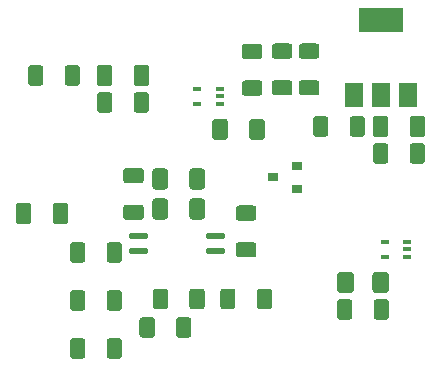
<source format=gbr>
%TF.GenerationSoftware,KiCad,Pcbnew,(5.1.10)-1*%
%TF.CreationDate,2021-10-15T07:56:21+02:00*%
%TF.ProjectId,BTS-LogicBoard,4254532d-4c6f-4676-9963-426f6172642e,rev?*%
%TF.SameCoordinates,Original*%
%TF.FileFunction,Paste,Bot*%
%TF.FilePolarity,Positive*%
%FSLAX46Y46*%
G04 Gerber Fmt 4.6, Leading zero omitted, Abs format (unit mm)*
G04 Created by KiCad (PCBNEW (5.1.10)-1) date 2021-10-15 07:56:21*
%MOMM*%
%LPD*%
G01*
G04 APERTURE LIST*
%ADD10R,0.650000X0.400000*%
%ADD11R,1.500000X2.000000*%
%ADD12R,3.800000X2.000000*%
%ADD13R,0.900000X0.800000*%
G04 APERTURE END LIST*
%TO.C,R19*%
G36*
G01*
X127418000Y-110353000D02*
X127418000Y-109103000D01*
G75*
G02*
X127668000Y-108853000I250000J0D01*
G01*
X128468000Y-108853000D01*
G75*
G02*
X128718000Y-109103000I0J-250000D01*
G01*
X128718000Y-110353000D01*
G75*
G02*
X128468000Y-110603000I-250000J0D01*
G01*
X127668000Y-110603000D01*
G75*
G02*
X127418000Y-110353000I0J250000D01*
G01*
G37*
G36*
G01*
X124318000Y-110353000D02*
X124318000Y-109103000D01*
G75*
G02*
X124568000Y-108853000I250000J0D01*
G01*
X125368000Y-108853000D01*
G75*
G02*
X125618000Y-109103000I0J-250000D01*
G01*
X125618000Y-110353000D01*
G75*
G02*
X125368000Y-110603000I-250000J0D01*
G01*
X124568000Y-110603000D01*
G75*
G02*
X124318000Y-110353000I0J250000D01*
G01*
G37*
%TD*%
%TO.C,R18*%
G36*
G01*
X128535000Y-107940000D02*
X128535000Y-106690000D01*
G75*
G02*
X128785000Y-106440000I250000J0D01*
G01*
X129585000Y-106440000D01*
G75*
G02*
X129835000Y-106690000I0J-250000D01*
G01*
X129835000Y-107940000D01*
G75*
G02*
X129585000Y-108190000I-250000J0D01*
G01*
X128785000Y-108190000D01*
G75*
G02*
X128535000Y-107940000I0J250000D01*
G01*
G37*
G36*
G01*
X125435000Y-107940000D02*
X125435000Y-106690000D01*
G75*
G02*
X125685000Y-106440000I250000J0D01*
G01*
X126485000Y-106440000D01*
G75*
G02*
X126735000Y-106690000I0J-250000D01*
G01*
X126735000Y-107940000D01*
G75*
G02*
X126485000Y-108190000I-250000J0D01*
G01*
X125685000Y-108190000D01*
G75*
G02*
X125435000Y-107940000I0J250000D01*
G01*
G37*
%TD*%
%TO.C,R17*%
G36*
G01*
X134250000Y-107940000D02*
X134250000Y-106690000D01*
G75*
G02*
X134500000Y-106440000I250000J0D01*
G01*
X135300000Y-106440000D01*
G75*
G02*
X135550000Y-106690000I0J-250000D01*
G01*
X135550000Y-107940000D01*
G75*
G02*
X135300000Y-108190000I-250000J0D01*
G01*
X134500000Y-108190000D01*
G75*
G02*
X134250000Y-107940000I0J250000D01*
G01*
G37*
G36*
G01*
X131150000Y-107940000D02*
X131150000Y-106690000D01*
G75*
G02*
X131400000Y-106440000I250000J0D01*
G01*
X132200000Y-106440000D01*
G75*
G02*
X132450000Y-106690000I0J-250000D01*
G01*
X132450000Y-107940000D01*
G75*
G02*
X132200000Y-108190000I-250000J0D01*
G01*
X131400000Y-108190000D01*
G75*
G02*
X131150000Y-107940000I0J250000D01*
G01*
G37*
%TD*%
D10*
%TO.C,U3*%
X145100000Y-102474000D03*
X145100000Y-103774000D03*
X147000000Y-103124000D03*
X147000000Y-103774000D03*
X147000000Y-102474000D03*
%TD*%
D11*
%TO.C,U8*%
X147080000Y-90018000D03*
X142480000Y-90018000D03*
X144780000Y-90018000D03*
D12*
X144780000Y-83718000D03*
%TD*%
D10*
%TO.C,U5*%
X129225000Y-89520000D03*
X129225000Y-90820000D03*
X131125000Y-90170000D03*
X131125000Y-90820000D03*
X131125000Y-89520000D03*
%TD*%
%TO.C,R16*%
G36*
G01*
X123836000Y-91303000D02*
X123836000Y-90053000D01*
G75*
G02*
X124086000Y-89803000I250000J0D01*
G01*
X124886000Y-89803000D01*
G75*
G02*
X125136000Y-90053000I0J-250000D01*
G01*
X125136000Y-91303000D01*
G75*
G02*
X124886000Y-91553000I-250000J0D01*
G01*
X124086000Y-91553000D01*
G75*
G02*
X123836000Y-91303000I0J250000D01*
G01*
G37*
G36*
G01*
X120736000Y-91303000D02*
X120736000Y-90053000D01*
G75*
G02*
X120986000Y-89803000I250000J0D01*
G01*
X121786000Y-89803000D01*
G75*
G02*
X122036000Y-90053000I0J-250000D01*
G01*
X122036000Y-91303000D01*
G75*
G02*
X121786000Y-91553000I-250000J0D01*
G01*
X120986000Y-91553000D01*
G75*
G02*
X120736000Y-91303000I0J250000D01*
G01*
G37*
%TD*%
%TO.C,R15*%
G36*
G01*
X119750000Y-102753000D02*
X119750000Y-104003000D01*
G75*
G02*
X119500000Y-104253000I-250000J0D01*
G01*
X118700000Y-104253000D01*
G75*
G02*
X118450000Y-104003000I0J250000D01*
G01*
X118450000Y-102753000D01*
G75*
G02*
X118700000Y-102503000I250000J0D01*
G01*
X119500000Y-102503000D01*
G75*
G02*
X119750000Y-102753000I0J-250000D01*
G01*
G37*
G36*
G01*
X122850000Y-102753000D02*
X122850000Y-104003000D01*
G75*
G02*
X122600000Y-104253000I-250000J0D01*
G01*
X121800000Y-104253000D01*
G75*
G02*
X121550000Y-104003000I0J250000D01*
G01*
X121550000Y-102753000D01*
G75*
G02*
X121800000Y-102503000I250000J0D01*
G01*
X122600000Y-102503000D01*
G75*
G02*
X122850000Y-102753000I0J-250000D01*
G01*
G37*
%TD*%
%TO.C,R9*%
G36*
G01*
X119750000Y-110881000D02*
X119750000Y-112131000D01*
G75*
G02*
X119500000Y-112381000I-250000J0D01*
G01*
X118700000Y-112381000D01*
G75*
G02*
X118450000Y-112131000I0J250000D01*
G01*
X118450000Y-110881000D01*
G75*
G02*
X118700000Y-110631000I250000J0D01*
G01*
X119500000Y-110631000D01*
G75*
G02*
X119750000Y-110881000I0J-250000D01*
G01*
G37*
G36*
G01*
X122850000Y-110881000D02*
X122850000Y-112131000D01*
G75*
G02*
X122600000Y-112381000I-250000J0D01*
G01*
X121800000Y-112381000D01*
G75*
G02*
X121550000Y-112131000I0J250000D01*
G01*
X121550000Y-110881000D01*
G75*
G02*
X121800000Y-110631000I250000J0D01*
G01*
X122600000Y-110631000D01*
G75*
G02*
X122850000Y-110881000I0J-250000D01*
G01*
G37*
%TD*%
%TO.C,R8*%
G36*
G01*
X116194000Y-87767000D02*
X116194000Y-89017000D01*
G75*
G02*
X115944000Y-89267000I-250000J0D01*
G01*
X115144000Y-89267000D01*
G75*
G02*
X114894000Y-89017000I0J250000D01*
G01*
X114894000Y-87767000D01*
G75*
G02*
X115144000Y-87517000I250000J0D01*
G01*
X115944000Y-87517000D01*
G75*
G02*
X116194000Y-87767000I0J-250000D01*
G01*
G37*
G36*
G01*
X119294000Y-87767000D02*
X119294000Y-89017000D01*
G75*
G02*
X119044000Y-89267000I-250000J0D01*
G01*
X118244000Y-89267000D01*
G75*
G02*
X117994000Y-89017000I0J250000D01*
G01*
X117994000Y-87767000D01*
G75*
G02*
X118244000Y-87517000I250000J0D01*
G01*
X119044000Y-87517000D01*
G75*
G02*
X119294000Y-87767000I0J-250000D01*
G01*
G37*
%TD*%
%TO.C,R7*%
G36*
G01*
X139309000Y-86984000D02*
X138059000Y-86984000D01*
G75*
G02*
X137809000Y-86734000I0J250000D01*
G01*
X137809000Y-85934000D01*
G75*
G02*
X138059000Y-85684000I250000J0D01*
G01*
X139309000Y-85684000D01*
G75*
G02*
X139559000Y-85934000I0J-250000D01*
G01*
X139559000Y-86734000D01*
G75*
G02*
X139309000Y-86984000I-250000J0D01*
G01*
G37*
G36*
G01*
X139309000Y-90084000D02*
X138059000Y-90084000D01*
G75*
G02*
X137809000Y-89834000I0J250000D01*
G01*
X137809000Y-89034000D01*
G75*
G02*
X138059000Y-88784000I250000J0D01*
G01*
X139309000Y-88784000D01*
G75*
G02*
X139559000Y-89034000I0J-250000D01*
G01*
X139559000Y-89834000D01*
G75*
G02*
X139309000Y-90084000I-250000J0D01*
G01*
G37*
%TD*%
%TO.C,R6*%
G36*
G01*
X137023000Y-86984000D02*
X135773000Y-86984000D01*
G75*
G02*
X135523000Y-86734000I0J250000D01*
G01*
X135523000Y-85934000D01*
G75*
G02*
X135773000Y-85684000I250000J0D01*
G01*
X137023000Y-85684000D01*
G75*
G02*
X137273000Y-85934000I0J-250000D01*
G01*
X137273000Y-86734000D01*
G75*
G02*
X137023000Y-86984000I-250000J0D01*
G01*
G37*
G36*
G01*
X137023000Y-90084000D02*
X135773000Y-90084000D01*
G75*
G02*
X135523000Y-89834000I0J250000D01*
G01*
X135523000Y-89034000D01*
G75*
G02*
X135773000Y-88784000I250000J0D01*
G01*
X137023000Y-88784000D01*
G75*
G02*
X137273000Y-89034000I0J-250000D01*
G01*
X137273000Y-89834000D01*
G75*
G02*
X137023000Y-90084000I-250000J0D01*
G01*
G37*
%TD*%
%TO.C,R3*%
G36*
G01*
X142356000Y-107579000D02*
X142356000Y-108829000D01*
G75*
G02*
X142106000Y-109079000I-250000J0D01*
G01*
X141306000Y-109079000D01*
G75*
G02*
X141056000Y-108829000I0J250000D01*
G01*
X141056000Y-107579000D01*
G75*
G02*
X141306000Y-107329000I250000J0D01*
G01*
X142106000Y-107329000D01*
G75*
G02*
X142356000Y-107579000I0J-250000D01*
G01*
G37*
G36*
G01*
X145456000Y-107579000D02*
X145456000Y-108829000D01*
G75*
G02*
X145206000Y-109079000I-250000J0D01*
G01*
X144406000Y-109079000D01*
G75*
G02*
X144156000Y-108829000I0J250000D01*
G01*
X144156000Y-107579000D01*
G75*
G02*
X144406000Y-107329000I250000J0D01*
G01*
X145206000Y-107329000D01*
G75*
G02*
X145456000Y-107579000I0J-250000D01*
G01*
G37*
%TD*%
%TO.C,R2*%
G36*
G01*
X132725000Y-102500000D02*
X133975000Y-102500000D01*
G75*
G02*
X134225000Y-102750000I0J-250000D01*
G01*
X134225000Y-103550000D01*
G75*
G02*
X133975000Y-103800000I-250000J0D01*
G01*
X132725000Y-103800000D01*
G75*
G02*
X132475000Y-103550000I0J250000D01*
G01*
X132475000Y-102750000D01*
G75*
G02*
X132725000Y-102500000I250000J0D01*
G01*
G37*
G36*
G01*
X132725000Y-99400000D02*
X133975000Y-99400000D01*
G75*
G02*
X134225000Y-99650000I0J-250000D01*
G01*
X134225000Y-100450000D01*
G75*
G02*
X133975000Y-100700000I-250000J0D01*
G01*
X132725000Y-100700000D01*
G75*
G02*
X132475000Y-100450000I0J250000D01*
G01*
X132475000Y-99650000D01*
G75*
G02*
X132725000Y-99400000I250000J0D01*
G01*
G37*
%TD*%
%TO.C,R1*%
G36*
G01*
X119750000Y-106817000D02*
X119750000Y-108067000D01*
G75*
G02*
X119500000Y-108317000I-250000J0D01*
G01*
X118700000Y-108317000D01*
G75*
G02*
X118450000Y-108067000I0J250000D01*
G01*
X118450000Y-106817000D01*
G75*
G02*
X118700000Y-106567000I250000J0D01*
G01*
X119500000Y-106567000D01*
G75*
G02*
X119750000Y-106817000I0J-250000D01*
G01*
G37*
G36*
G01*
X122850000Y-106817000D02*
X122850000Y-108067000D01*
G75*
G02*
X122600000Y-108317000I-250000J0D01*
G01*
X121800000Y-108317000D01*
G75*
G02*
X121550000Y-108067000I0J250000D01*
G01*
X121550000Y-106817000D01*
G75*
G02*
X121800000Y-106567000I250000J0D01*
G01*
X122600000Y-106567000D01*
G75*
G02*
X122850000Y-106817000I0J-250000D01*
G01*
G37*
%TD*%
D13*
%TO.C,Q1*%
X135652000Y-97028000D03*
X137652000Y-97978000D03*
X137652000Y-96078000D03*
%TD*%
%TO.C,D2*%
G36*
G01*
X144031000Y-106543000D02*
X144031000Y-105293000D01*
G75*
G02*
X144281000Y-105043000I250000J0D01*
G01*
X145206000Y-105043000D01*
G75*
G02*
X145456000Y-105293000I0J-250000D01*
G01*
X145456000Y-106543000D01*
G75*
G02*
X145206000Y-106793000I-250000J0D01*
G01*
X144281000Y-106793000D01*
G75*
G02*
X144031000Y-106543000I0J250000D01*
G01*
G37*
G36*
G01*
X141056000Y-106543000D02*
X141056000Y-105293000D01*
G75*
G02*
X141306000Y-105043000I250000J0D01*
G01*
X142231000Y-105043000D01*
G75*
G02*
X142481000Y-105293000I0J-250000D01*
G01*
X142481000Y-106543000D01*
G75*
G02*
X142231000Y-106793000I-250000J0D01*
G01*
X141306000Y-106793000D01*
G75*
G02*
X141056000Y-106543000I0J250000D01*
G01*
G37*
%TD*%
%TO.C,C13*%
G36*
G01*
X123836000Y-89042001D02*
X123836000Y-87741999D01*
G75*
G02*
X124085999Y-87492000I249999J0D01*
G01*
X124911001Y-87492000D01*
G75*
G02*
X125161000Y-87741999I0J-249999D01*
G01*
X125161000Y-89042001D01*
G75*
G02*
X124911001Y-89292000I-249999J0D01*
G01*
X124085999Y-89292000D01*
G75*
G02*
X123836000Y-89042001I0J249999D01*
G01*
G37*
G36*
G01*
X120711000Y-89042001D02*
X120711000Y-87741999D01*
G75*
G02*
X120960999Y-87492000I249999J0D01*
G01*
X121786001Y-87492000D01*
G75*
G02*
X122036000Y-87741999I0J-249999D01*
G01*
X122036000Y-89042001D01*
G75*
G02*
X121786001Y-89292000I-249999J0D01*
G01*
X120960999Y-89292000D01*
G75*
G02*
X120711000Y-89042001I0J249999D01*
G01*
G37*
%TD*%
%TO.C,C12*%
G36*
G01*
X126735000Y-96504999D02*
X126735000Y-97805001D01*
G75*
G02*
X126485001Y-98055000I-249999J0D01*
G01*
X125659999Y-98055000D01*
G75*
G02*
X125410000Y-97805001I0J249999D01*
G01*
X125410000Y-96504999D01*
G75*
G02*
X125659999Y-96255000I249999J0D01*
G01*
X126485001Y-96255000D01*
G75*
G02*
X126735000Y-96504999I0J-249999D01*
G01*
G37*
G36*
G01*
X129860000Y-96504999D02*
X129860000Y-97805001D01*
G75*
G02*
X129610001Y-98055000I-249999J0D01*
G01*
X128784999Y-98055000D01*
G75*
G02*
X128535000Y-97805001I0J249999D01*
G01*
X128535000Y-96504999D01*
G75*
G02*
X128784999Y-96255000I249999J0D01*
G01*
X129610001Y-96255000D01*
G75*
G02*
X129860000Y-96504999I0J-249999D01*
G01*
G37*
%TD*%
%TO.C,C10*%
G36*
G01*
X126735000Y-99044999D02*
X126735000Y-100345001D01*
G75*
G02*
X126485001Y-100595000I-249999J0D01*
G01*
X125659999Y-100595000D01*
G75*
G02*
X125410000Y-100345001I0J249999D01*
G01*
X125410000Y-99044999D01*
G75*
G02*
X125659999Y-98795000I249999J0D01*
G01*
X126485001Y-98795000D01*
G75*
G02*
X126735000Y-99044999I0J-249999D01*
G01*
G37*
G36*
G01*
X129860000Y-99044999D02*
X129860000Y-100345001D01*
G75*
G02*
X129610001Y-100595000I-249999J0D01*
G01*
X128784999Y-100595000D01*
G75*
G02*
X128535000Y-100345001I0J249999D01*
G01*
X128535000Y-99044999D01*
G75*
G02*
X128784999Y-98795000I249999J0D01*
G01*
X129610001Y-98795000D01*
G75*
G02*
X129860000Y-99044999I0J-249999D01*
G01*
G37*
%TD*%
%TO.C,U4*%
G36*
G01*
X129958000Y-103388500D02*
X129958000Y-103113500D01*
G75*
G02*
X130095500Y-102976000I137500J0D01*
G01*
X131420500Y-102976000D01*
G75*
G02*
X131558000Y-103113500I0J-137500D01*
G01*
X131558000Y-103388500D01*
G75*
G02*
X131420500Y-103526000I-137500J0D01*
G01*
X130095500Y-103526000D01*
G75*
G02*
X129958000Y-103388500I0J137500D01*
G01*
G37*
G36*
G01*
X129958000Y-102118500D02*
X129958000Y-101843500D01*
G75*
G02*
X130095500Y-101706000I137500J0D01*
G01*
X131420500Y-101706000D01*
G75*
G02*
X131558000Y-101843500I0J-137500D01*
G01*
X131558000Y-102118500D01*
G75*
G02*
X131420500Y-102256000I-137500J0D01*
G01*
X130095500Y-102256000D01*
G75*
G02*
X129958000Y-102118500I0J137500D01*
G01*
G37*
G36*
G01*
X123458000Y-102118500D02*
X123458000Y-101843500D01*
G75*
G02*
X123595500Y-101706000I137500J0D01*
G01*
X124920500Y-101706000D01*
G75*
G02*
X125058000Y-101843500I0J-137500D01*
G01*
X125058000Y-102118500D01*
G75*
G02*
X124920500Y-102256000I-137500J0D01*
G01*
X123595500Y-102256000D01*
G75*
G02*
X123458000Y-102118500I0J137500D01*
G01*
G37*
G36*
G01*
X123458000Y-103388500D02*
X123458000Y-103113500D01*
G75*
G02*
X123595500Y-102976000I137500J0D01*
G01*
X124920500Y-102976000D01*
G75*
G02*
X125058000Y-103113500I0J-137500D01*
G01*
X125058000Y-103388500D01*
G75*
G02*
X124920500Y-103526000I-137500J0D01*
G01*
X123595500Y-103526000D01*
G75*
G02*
X123458000Y-103388500I0J137500D01*
G01*
G37*
%TD*%
%TO.C,R20*%
G36*
G01*
X124450000Y-97525000D02*
X123200000Y-97525000D01*
G75*
G02*
X122950000Y-97275000I0J250000D01*
G01*
X122950000Y-96475000D01*
G75*
G02*
X123200000Y-96225000I250000J0D01*
G01*
X124450000Y-96225000D01*
G75*
G02*
X124700000Y-96475000I0J-250000D01*
G01*
X124700000Y-97275000D01*
G75*
G02*
X124450000Y-97525000I-250000J0D01*
G01*
G37*
G36*
G01*
X124450000Y-100625000D02*
X123200000Y-100625000D01*
G75*
G02*
X122950000Y-100375000I0J250000D01*
G01*
X122950000Y-99575000D01*
G75*
G02*
X123200000Y-99325000I250000J0D01*
G01*
X124450000Y-99325000D01*
G75*
G02*
X124700000Y-99575000I0J-250000D01*
G01*
X124700000Y-100375000D01*
G75*
G02*
X124450000Y-100625000I-250000J0D01*
G01*
G37*
%TD*%
%TO.C,R12*%
G36*
G01*
X133232999Y-88810000D02*
X134483001Y-88810000D01*
G75*
G02*
X134733000Y-89059999I0J-249999D01*
G01*
X134733000Y-89860001D01*
G75*
G02*
X134483001Y-90110000I-249999J0D01*
G01*
X133232999Y-90110000D01*
G75*
G02*
X132983000Y-89860001I0J249999D01*
G01*
X132983000Y-89059999D01*
G75*
G02*
X133232999Y-88810000I249999J0D01*
G01*
G37*
G36*
G01*
X133232999Y-85710000D02*
X134483001Y-85710000D01*
G75*
G02*
X134733000Y-85959999I0J-249999D01*
G01*
X134733000Y-86760001D01*
G75*
G02*
X134483001Y-87010000I-249999J0D01*
G01*
X133232999Y-87010000D01*
G75*
G02*
X132983000Y-86760001I0J249999D01*
G01*
X132983000Y-85959999D01*
G75*
G02*
X133232999Y-85710000I249999J0D01*
G01*
G37*
%TD*%
%TO.C,R11*%
G36*
G01*
X147204000Y-95621001D02*
X147204000Y-94370999D01*
G75*
G02*
X147453999Y-94121000I249999J0D01*
G01*
X148254001Y-94121000D01*
G75*
G02*
X148504000Y-94370999I0J-249999D01*
G01*
X148504000Y-95621001D01*
G75*
G02*
X148254001Y-95871000I-249999J0D01*
G01*
X147453999Y-95871000D01*
G75*
G02*
X147204000Y-95621001I0J249999D01*
G01*
G37*
G36*
G01*
X144104000Y-95621001D02*
X144104000Y-94370999D01*
G75*
G02*
X144353999Y-94121000I249999J0D01*
G01*
X145154001Y-94121000D01*
G75*
G02*
X145404000Y-94370999I0J-249999D01*
G01*
X145404000Y-95621001D01*
G75*
G02*
X145154001Y-95871000I-249999J0D01*
G01*
X144353999Y-95871000D01*
G75*
G02*
X144104000Y-95621001I0J249999D01*
G01*
G37*
%TD*%
%TO.C,R10*%
G36*
G01*
X140324000Y-92084999D02*
X140324000Y-93335001D01*
G75*
G02*
X140074001Y-93585000I-249999J0D01*
G01*
X139273999Y-93585000D01*
G75*
G02*
X139024000Y-93335001I0J249999D01*
G01*
X139024000Y-92084999D01*
G75*
G02*
X139273999Y-91835000I249999J0D01*
G01*
X140074001Y-91835000D01*
G75*
G02*
X140324000Y-92084999I0J-249999D01*
G01*
G37*
G36*
G01*
X143424000Y-92084999D02*
X143424000Y-93335001D01*
G75*
G02*
X143174001Y-93585000I-249999J0D01*
G01*
X142373999Y-93585000D01*
G75*
G02*
X142124000Y-93335001I0J249999D01*
G01*
X142124000Y-92084999D01*
G75*
G02*
X142373999Y-91835000I249999J0D01*
G01*
X143174001Y-91835000D01*
G75*
G02*
X143424000Y-92084999I0J-249999D01*
G01*
G37*
%TD*%
%TO.C,C6*%
G36*
G01*
X131815000Y-92313997D02*
X131815000Y-93614003D01*
G75*
G02*
X131565003Y-93864000I-249997J0D01*
G01*
X130739997Y-93864000D01*
G75*
G02*
X130490000Y-93614003I0J249997D01*
G01*
X130490000Y-92313997D01*
G75*
G02*
X130739997Y-92064000I249997J0D01*
G01*
X131565003Y-92064000D01*
G75*
G02*
X131815000Y-92313997I0J-249997D01*
G01*
G37*
G36*
G01*
X134940000Y-92313997D02*
X134940000Y-93614003D01*
G75*
G02*
X134690003Y-93864000I-249997J0D01*
G01*
X133864997Y-93864000D01*
G75*
G02*
X133615000Y-93614003I0J249997D01*
G01*
X133615000Y-92313997D01*
G75*
G02*
X133864997Y-92064000I249997J0D01*
G01*
X134690003Y-92064000D01*
G75*
G02*
X134940000Y-92313997I0J-249997D01*
G01*
G37*
%TD*%
%TO.C,C4*%
G36*
G01*
X147204000Y-93360003D02*
X147204000Y-92059997D01*
G75*
G02*
X147453997Y-91810000I249997J0D01*
G01*
X148279003Y-91810000D01*
G75*
G02*
X148529000Y-92059997I0J-249997D01*
G01*
X148529000Y-93360003D01*
G75*
G02*
X148279003Y-93610000I-249997J0D01*
G01*
X147453997Y-93610000D01*
G75*
G02*
X147204000Y-93360003I0J249997D01*
G01*
G37*
G36*
G01*
X144079000Y-93360003D02*
X144079000Y-92059997D01*
G75*
G02*
X144328997Y-91810000I249997J0D01*
G01*
X145154003Y-91810000D01*
G75*
G02*
X145404000Y-92059997I0J-249997D01*
G01*
X145404000Y-93360003D01*
G75*
G02*
X145154003Y-93610000I-249997J0D01*
G01*
X144328997Y-93610000D01*
G75*
G02*
X144079000Y-93360003I0J249997D01*
G01*
G37*
%TD*%
%TO.C,C3*%
G36*
G01*
X116978000Y-100726003D02*
X116978000Y-99425997D01*
G75*
G02*
X117227997Y-99176000I249997J0D01*
G01*
X118053003Y-99176000D01*
G75*
G02*
X118303000Y-99425997I0J-249997D01*
G01*
X118303000Y-100726003D01*
G75*
G02*
X118053003Y-100976000I-249997J0D01*
G01*
X117227997Y-100976000D01*
G75*
G02*
X116978000Y-100726003I0J249997D01*
G01*
G37*
G36*
G01*
X113853000Y-100726003D02*
X113853000Y-99425997D01*
G75*
G02*
X114102997Y-99176000I249997J0D01*
G01*
X114928003Y-99176000D01*
G75*
G02*
X115178000Y-99425997I0J-249997D01*
G01*
X115178000Y-100726003D01*
G75*
G02*
X114928003Y-100976000I-249997J0D01*
G01*
X114102997Y-100976000D01*
G75*
G02*
X113853000Y-100726003I0J249997D01*
G01*
G37*
%TD*%
M02*

</source>
